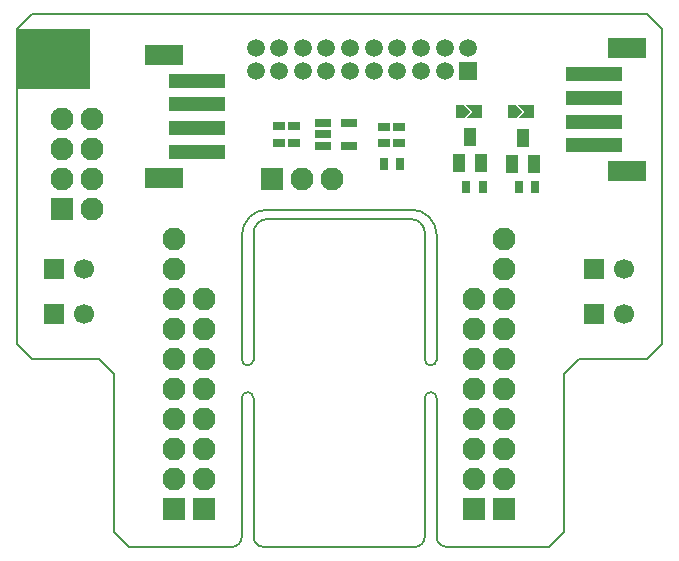
<source format=gts>
G04 Layer_Color=8388736*
%FSLAX43Y43*%
%MOMM*%
G71*
G01*
G75*
%ADD20C,0.127*%
%ADD33R,6.203X5.203*%
%ADD34R,1.100X1.500*%
%ADD35R,1.400X0.700*%
%ADD36R,0.990X0.740*%
%ADD37R,0.740X0.990*%
%ADD38R,0.740X1.100*%
%ADD39R,3.200X1.800*%
%ADD40R,4.700X1.200*%
%ADD41R,1.950X1.950*%
%ADD42C,1.950*%
%ADD43R,1.950X1.950*%
%ADD44C,1.700*%
%ADD45R,1.700X1.700*%
%ADD46R,1.500X1.500*%
%ADD47C,1.500*%
G36*
X39337Y-8805D02*
X37987D01*
X38537Y-8255D01*
X38537D01*
X37987Y-7705D01*
X39337D01*
Y-8805D01*
D02*
G37*
G36*
X38437Y-8255D02*
X37887Y-8805D01*
X37187D01*
Y-7705D01*
X37887D01*
X38437Y-8255D01*
D02*
G37*
G36*
X43739Y-8805D02*
X42389D01*
X42939Y-8255D01*
X42939D01*
X42389Y-7705D01*
X43739D01*
Y-8805D01*
D02*
G37*
G36*
X42839Y-8255D02*
X42289Y-8805D01*
X41589D01*
Y-7705D01*
X42289D01*
X42839Y-8255D01*
D02*
G37*
D20*
X33689Y-45085D02*
G03*
X34535Y-44239I0J846D01*
G01*
X20035D02*
G03*
X20881Y-45085I846J0D01*
G01*
X20035Y-32485D02*
G03*
X19035Y-32485I-500J0D01*
G01*
X18189Y-45085D02*
G03*
X19035Y-44239I-0J846D01*
G01*
X35535Y-32485D02*
G03*
X34535Y-32485I-500J0D01*
G01*
Y-29220D02*
G03*
X35535Y-29220I500J0D01*
G01*
Y-18669D02*
G03*
X33386Y-16520I-2149J0D01*
G01*
X34535Y-18510D02*
G03*
X33345Y-17320I-1190J0D01*
G01*
X21225D02*
G03*
X20035Y-18510I0J-1190D01*
G01*
X21229Y-16520D02*
G03*
X19035Y-18714I0J-2194D01*
G01*
Y-29220D02*
G03*
X20035Y-29220I500J0D01*
G01*
X35535Y-44239D02*
G03*
X36381Y-45085I846J0D01*
G01*
X54610Y-27940D02*
Y-1270D01*
X53340Y0D02*
X54610Y-1270D01*
X1270Y0D02*
X53340D01*
X46355Y-43815D02*
Y-30480D01*
X36381Y-45085D02*
X45085D01*
X46355Y-43815D01*
X8255D02*
Y-30480D01*
Y-43815D02*
X9525Y-45085D01*
X18189D01*
X0Y-27940D02*
Y-1270D01*
X1270Y0D01*
X20881Y-45085D02*
X33689D01*
X20035Y-44239D02*
Y-32520D01*
X19035Y-44239D02*
X19035Y-32520D01*
X35535D02*
X35535Y-44239D01*
X34535Y-44239D02*
Y-32520D01*
X46355Y-30480D02*
X47625Y-29210D01*
X53340D02*
X54610Y-27940D01*
X47625Y-29210D02*
X53340D01*
X0Y-27940D02*
X1270Y-29210D01*
X6985D01*
X8255Y-30480D01*
X35535Y-29220D02*
Y-18669D01*
X34535Y-29220D02*
Y-18510D01*
X21229Y-16520D02*
X33386D01*
X21225Y-17320D02*
X33345D01*
X20035Y-29220D02*
Y-18510D01*
X19035Y-29220D02*
Y-18714D01*
D33*
X3175Y-3810D02*
D03*
D34*
X38354Y-10414D02*
D03*
X39304Y-12614D02*
D03*
X37404D02*
D03*
X42865Y-10500D02*
D03*
X43815Y-12700D02*
D03*
X41915D02*
D03*
D35*
X28155Y-9210D02*
D03*
Y-11110D02*
D03*
X25955D02*
D03*
Y-10160D02*
D03*
Y-9210D02*
D03*
D36*
X22225Y-9460D02*
D03*
Y-10860D02*
D03*
X32385Y-9525D02*
D03*
Y-10925D02*
D03*
X23495Y-9460D02*
D03*
Y-10860D02*
D03*
X31115Y-9525D02*
D03*
Y-10925D02*
D03*
D37*
X31052Y-12700D02*
D03*
X32451D02*
D03*
D38*
X38036Y-14605D02*
D03*
X39437D02*
D03*
X42480D02*
D03*
X43880D02*
D03*
D39*
X12490Y-13820D02*
D03*
Y-3420D02*
D03*
X51645Y-2880D02*
D03*
Y-13280D02*
D03*
D40*
X15240Y-11620D02*
D03*
Y-9620D02*
D03*
Y-7620D02*
D03*
Y-5620D02*
D03*
X48895Y-5080D02*
D03*
Y-7080D02*
D03*
Y-9080D02*
D03*
Y-11080D02*
D03*
D41*
X3810Y-16510D02*
D03*
X13335Y-41910D02*
D03*
X41275D02*
D03*
X15875D02*
D03*
X38735D02*
D03*
D42*
X3810Y-13970D02*
D03*
Y-11430D02*
D03*
Y-8890D02*
D03*
X6350D02*
D03*
Y-11430D02*
D03*
Y-13970D02*
D03*
Y-16510D02*
D03*
X24130Y-13970D02*
D03*
X26670D02*
D03*
X13335Y-39370D02*
D03*
Y-36830D02*
D03*
Y-34290D02*
D03*
Y-31750D02*
D03*
Y-29210D02*
D03*
Y-26670D02*
D03*
Y-24130D02*
D03*
Y-21590D02*
D03*
Y-19050D02*
D03*
X41275Y-39370D02*
D03*
Y-36830D02*
D03*
Y-34290D02*
D03*
Y-31750D02*
D03*
Y-29210D02*
D03*
Y-26670D02*
D03*
Y-24130D02*
D03*
Y-21590D02*
D03*
Y-19050D02*
D03*
X15875Y-29210D02*
D03*
Y-31750D02*
D03*
Y-39370D02*
D03*
Y-36830D02*
D03*
Y-34290D02*
D03*
Y-26670D02*
D03*
Y-24130D02*
D03*
X38735Y-29210D02*
D03*
Y-31750D02*
D03*
Y-39370D02*
D03*
Y-36830D02*
D03*
Y-34290D02*
D03*
Y-26670D02*
D03*
Y-24130D02*
D03*
D43*
X21590Y-13970D02*
D03*
D44*
X5715Y-21590D02*
D03*
X51435D02*
D03*
X5715Y-25400D02*
D03*
X51435D02*
D03*
D45*
X3175Y-21590D02*
D03*
X48895D02*
D03*
X3175Y-25400D02*
D03*
X48895D02*
D03*
D46*
X38210Y-4810D02*
D03*
D47*
X36210D02*
D03*
X34210D02*
D03*
X32210D02*
D03*
X30210D02*
D03*
X28210D02*
D03*
X26210D02*
D03*
X24210D02*
D03*
X38210Y-2810D02*
D03*
X36210D02*
D03*
X34210D02*
D03*
X32210D02*
D03*
X30210D02*
D03*
X28210D02*
D03*
X26210D02*
D03*
X24210D02*
D03*
X22210D02*
D03*
Y-4810D02*
D03*
X20210D02*
D03*
Y-2810D02*
D03*
M02*

</source>
